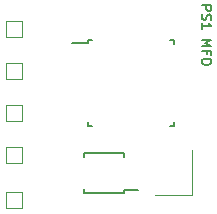
<source format=gto>
G04 #@! TF.GenerationSoftware,KiCad,Pcbnew,(6.0.9)*
G04 #@! TF.CreationDate,2024-04-27T20:04:49+10:00*
G04 #@! TF.ProjectId,DFO,44464f2e-6b69-4636-9164-5f7063625858,rev?*
G04 #@! TF.SameCoordinates,Original*
G04 #@! TF.FileFunction,Legend,Top*
G04 #@! TF.FilePolarity,Positive*
%FSLAX46Y46*%
G04 Gerber Fmt 4.6, Leading zero omitted, Abs format (unit mm)*
G04 Created by KiCad (PCBNEW (6.0.9)) date 2024-04-27 20:04:49*
%MOMM*%
%LPD*%
G01*
G04 APERTURE LIST*
%ADD10C,0.150000*%
%ADD11C,0.120000*%
G04 APERTURE END LIST*
D10*
X135020095Y-83610761D02*
X135820095Y-83610761D01*
X135820095Y-83915523D01*
X135782000Y-83991714D01*
X135743904Y-84029809D01*
X135667714Y-84067904D01*
X135553428Y-84067904D01*
X135477238Y-84029809D01*
X135439142Y-83991714D01*
X135401047Y-83915523D01*
X135401047Y-83610761D01*
X135058190Y-84372666D02*
X135020095Y-84486952D01*
X135020095Y-84677428D01*
X135058190Y-84753619D01*
X135096285Y-84791714D01*
X135172476Y-84829809D01*
X135248666Y-84829809D01*
X135324857Y-84791714D01*
X135362952Y-84753619D01*
X135401047Y-84677428D01*
X135439142Y-84525047D01*
X135477238Y-84448857D01*
X135515333Y-84410761D01*
X135591523Y-84372666D01*
X135667714Y-84372666D01*
X135743904Y-84410761D01*
X135782000Y-84448857D01*
X135820095Y-84525047D01*
X135820095Y-84715523D01*
X135782000Y-84829809D01*
X135020095Y-85591714D02*
X135020095Y-85134571D01*
X135020095Y-85363142D02*
X135820095Y-85363142D01*
X135705809Y-85286952D01*
X135629619Y-85210761D01*
X135591523Y-85134571D01*
X135020095Y-86544095D02*
X135820095Y-86544095D01*
X135248666Y-86810761D01*
X135820095Y-87077428D01*
X135020095Y-87077428D01*
X135439142Y-87725047D02*
X135439142Y-87458380D01*
X135020095Y-87458380D02*
X135820095Y-87458380D01*
X135820095Y-87839333D01*
X135820095Y-88296476D02*
X135820095Y-88448857D01*
X135782000Y-88525047D01*
X135705809Y-88601238D01*
X135553428Y-88639333D01*
X135286761Y-88639333D01*
X135134380Y-88601238D01*
X135058190Y-88525047D01*
X135020095Y-88448857D01*
X135020095Y-88296476D01*
X135058190Y-88220285D01*
X135134380Y-88144095D01*
X135286761Y-88106000D01*
X135553428Y-88106000D01*
X135705809Y-88144095D01*
X135782000Y-88220285D01*
X135820095Y-88296476D01*
D11*
X119826000Y-92010000D02*
X119826000Y-93410000D01*
X118426000Y-93410000D02*
X118426000Y-92010000D01*
X119826000Y-93410000D02*
X118426000Y-93410000D01*
X118426000Y-92010000D02*
X119826000Y-92010000D01*
X118426000Y-89854000D02*
X118426000Y-88454000D01*
X118426000Y-88454000D02*
X119826000Y-88454000D01*
X119826000Y-88454000D02*
X119826000Y-89854000D01*
X119826000Y-89854000D02*
X118426000Y-89854000D01*
X118426000Y-99376000D02*
X119826000Y-99376000D01*
X119826000Y-99376000D02*
X119826000Y-100776000D01*
X119826000Y-100776000D02*
X118426000Y-100776000D01*
X118426000Y-100776000D02*
X118426000Y-99376000D01*
D10*
X132657000Y-86545000D02*
X132332000Y-86545000D01*
X125407000Y-86545000D02*
X125407000Y-86770000D01*
X125407000Y-86545000D02*
X125732000Y-86545000D01*
X125407000Y-93795000D02*
X125407000Y-93470000D01*
X132657000Y-93795000D02*
X132657000Y-93470000D01*
X132657000Y-93795000D02*
X132332000Y-93795000D01*
X125407000Y-86770000D02*
X123982000Y-86770000D01*
X132657000Y-86545000D02*
X132657000Y-86870000D01*
X125407000Y-93795000D02*
X125732000Y-93795000D01*
D11*
X119826000Y-95566000D02*
X119826000Y-96966000D01*
X118426000Y-96966000D02*
X118426000Y-95566000D01*
X119826000Y-96966000D02*
X118426000Y-96966000D01*
X118426000Y-95566000D02*
X119826000Y-95566000D01*
D10*
X128421000Y-96115000D02*
X128421000Y-96415000D01*
X128421000Y-99465000D02*
X128421000Y-99240000D01*
X125071000Y-99465000D02*
X125071000Y-99165000D01*
X128421000Y-99240000D02*
X129646000Y-99240000D01*
X128421000Y-99465000D02*
X125071000Y-99465000D01*
X125071000Y-96115000D02*
X125071000Y-96415000D01*
X128421000Y-96115000D02*
X125071000Y-96115000D01*
D11*
X118426000Y-84898000D02*
X119826000Y-84898000D01*
X119826000Y-84898000D02*
X119826000Y-86298000D01*
X119826000Y-86298000D02*
X118426000Y-86298000D01*
X118426000Y-86298000D02*
X118426000Y-84898000D01*
X134163000Y-99690000D02*
X134163000Y-95890000D01*
X131013000Y-99690000D02*
X134163000Y-99690000D01*
M02*

</source>
